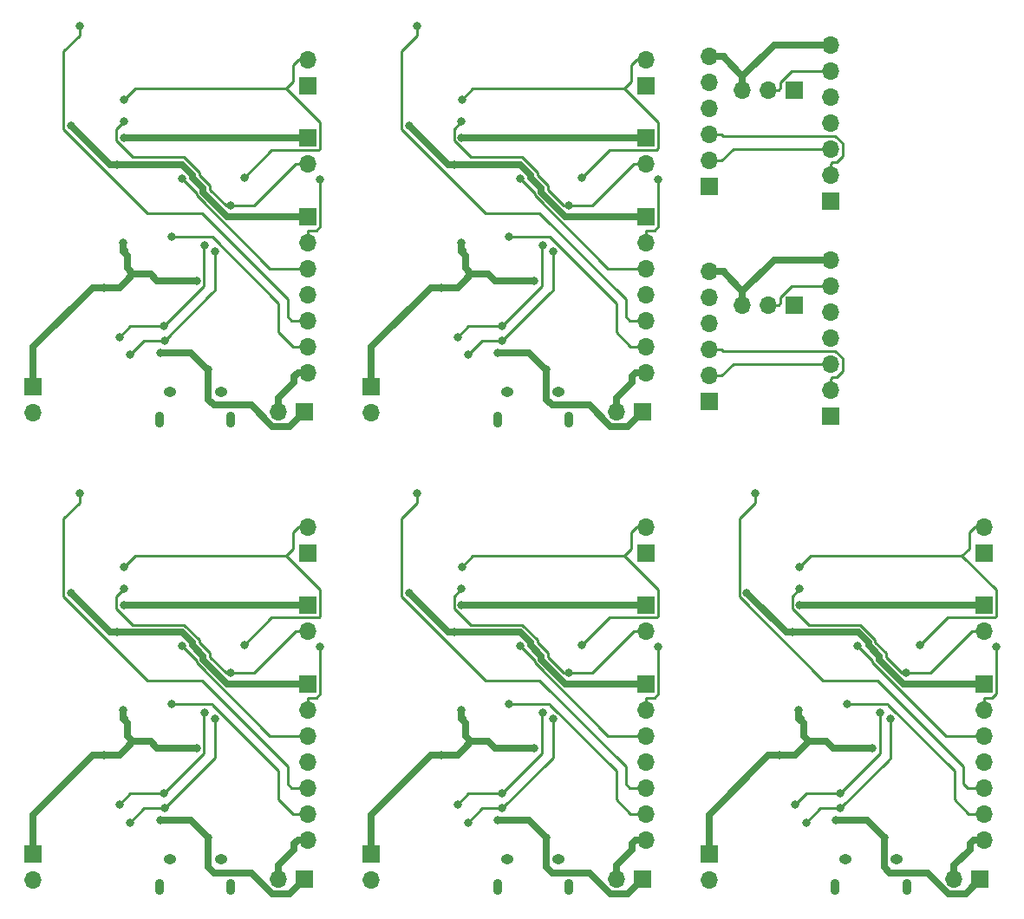
<source format=gbl>
%MOIN*%
%OFA0B0*%
%FSLAX46Y46*%
%IPPOS*%
%LPD*%
%ADD10O,0.066929133858267723X0.066929133858267723*%
%ADD11R,0.066929133858267723X0.066929133858267723*%
%ADD12O,0.049212598425196853X0.037401574803149609*%
%ADD13O,0.03503937007874016X0.0610236220472441*%
%ADD14C,0.031496062992125991*%
%ADD15C,0.00984251968503937*%
%ADD16C,0.025590551181102365*%
%ADD27O,0.066929133858267723X0.066929133858267723*%
%ADD28R,0.066929133858267723X0.066929133858267723*%
%ADD29C,0.025590551181102365*%
%ADD30C,0.00984251968503937*%
%ADD31O,0.066929133858267723X0.066929133858267723*%
%ADD32R,0.066929133858267723X0.066929133858267723*%
%ADD33O,0.049212598425196853X0.037401574803149609*%
%ADD34O,0.03503937007874016X0.0610236220472441*%
%ADD35C,0.031496062992125991*%
%ADD36C,0.00984251968503937*%
%ADD37C,0.025590551181102365*%
%ADD38O,0.066929133858267723X0.066929133858267723*%
%ADD39R,0.066929133858267723X0.066929133858267723*%
%ADD40O,0.049212598425196853X0.037401574803149609*%
%ADD41O,0.03503937007874016X0.0610236220472441*%
%ADD42C,0.031496062992125991*%
%ADD43C,0.00984251968503937*%
%ADD44C,0.025590551181102365*%
%ADD45O,0.066929133858267723X0.066929133858267723*%
%ADD46R,0.066929133858267723X0.066929133858267723*%
%ADD47O,0.049212598425196853X0.037401574803149609*%
%ADD48O,0.03503937007874016X0.0610236220472441*%
%ADD49C,0.031496062992125991*%
%ADD50C,0.00984251968503937*%
%ADD51C,0.025590551181102365*%
%ADD52O,0.066929133858267723X0.066929133858267723*%
%ADD53R,0.066929133858267723X0.066929133858267723*%
%ADD54C,0.025590551181102365*%
%ADD55C,0.00984251968503937*%
%ADD56O,0.066929133858267723X0.066929133858267723*%
%ADD57R,0.066929133858267723X0.066929133858267723*%
%ADD58O,0.049212598425196853X0.037401574803149609*%
%ADD59O,0.03503937007874016X0.0610236220472441*%
%ADD60C,0.031496062992125991*%
%ADD61C,0.00984251968503937*%
%ADD62C,0.025590551181102365*%
G01*
D10*
X-0003930500Y0006002500D02*
X0001149500Y0000238000D03*
X0001149500Y0000338000D03*
X0001149500Y0000438000D03*
X0001149500Y0000537999D03*
X0001149500Y0000638000D03*
X0001149500Y0000738000D03*
D11*
X0001149500Y0000838000D03*
X0000092334Y0000182814D03*
D10*
X0000092334Y0000082814D03*
D12*
X0000617137Y0000163129D03*
X0000813988Y0000163129D03*
D13*
X0000577767Y0000056830D03*
X0000853358Y0000056830D03*
D10*
X0001034854Y0000086751D03*
D11*
X0001134854Y0000086751D03*
D10*
X0001149421Y0001440295D03*
D11*
X0001149421Y0001340295D03*
D10*
X0001149421Y0001039507D03*
D11*
X0001149421Y0001139507D03*
D14*
X0000623500Y0000759500D03*
X0000441102Y0001287409D03*
X0000903551Y0000987535D03*
X0000440354Y0001202417D03*
X0000851535Y0000879614D03*
X0000270499Y0001570500D03*
X0001195692Y0000981551D03*
X0000664499Y0000983500D03*
X0000580500Y0000313500D03*
X0000237661Y0001187555D03*
X0000413661Y0001036594D03*
X0000765500Y0000248500D03*
X0000440185Y0001140433D03*
X0000720169Y0000591031D03*
X0000437499Y0000736499D03*
X0000363500Y0000564511D03*
X0000791500Y0000702500D03*
X0000596944Y0000359220D03*
X0000465500Y0000305500D03*
X0000596622Y0000415736D03*
X0000424500Y0000374500D03*
X0000751499Y0000726500D03*
D15*
X0000623500Y0000759500D02*
X0000780500Y0000759500D01*
X0000780500Y0000759500D02*
X0000780500Y0000758500D01*
X0000780500Y0000758500D02*
X0001035499Y0000503500D01*
X0001035499Y0000503500D02*
X0001035499Y0000393500D01*
X0001090673Y0000338326D02*
X0001149618Y0000338326D01*
X0001035499Y0000393500D02*
X0001090673Y0000338326D01*
X0001064602Y0001330074D02*
X0000483767Y0001330074D01*
X0000483767Y0001330074D02*
X0000441102Y0001287409D01*
X0001064602Y0001330074D02*
X0001195696Y0001198980D01*
X0001195696Y0001198980D02*
X0001195696Y0001098460D01*
X0001195696Y0001098460D02*
X0001190468Y0001093232D01*
X0001190468Y0001093232D02*
X0001009248Y0001093232D01*
X0001009248Y0001093232D02*
X0000903551Y0000987535D01*
X0001092763Y0001358236D02*
X0001092763Y0001420763D01*
X0001092763Y0001358236D02*
X0001064602Y0001330074D01*
X0001112295Y0001440295D02*
X0001149421Y0001440295D01*
X0001092763Y0001420763D02*
X0001112295Y0001440295D01*
X0001103149Y0001039507D02*
X0000943255Y0000879614D01*
X0000943255Y0000879614D02*
X0000851535Y0000879614D01*
X0001149421Y0001039507D02*
X0001103149Y0001039507D01*
X0000772051Y0000941390D02*
X0000833828Y0000879614D01*
X0000772051Y0000956139D02*
X0000772051Y0000941390D01*
X0000672935Y0001065153D02*
X0000731090Y0001006997D01*
X0000833828Y0000879614D02*
X0000851535Y0000879614D01*
X0000475078Y0001065153D02*
X0000672935Y0001065153D01*
X0000731090Y0000997100D02*
X0000772051Y0000956139D01*
X0000411625Y0001128606D02*
X0000475078Y0001065153D01*
X0000411625Y0001173688D02*
X0000411625Y0001128606D01*
X0000731090Y0001006997D02*
X0000731090Y0000997100D01*
X0000440354Y0001202417D02*
X0000411625Y0001173688D01*
X0000531220Y0000850826D02*
X0000208566Y0001173480D01*
X0000208566Y0001173480D02*
X0000208566Y0001472897D01*
X0000208566Y0001472897D02*
X0000270688Y0001535019D01*
X0001071499Y0000519499D02*
X0000740173Y0000850826D01*
X0001071499Y0000453500D02*
X0001071499Y0000519499D01*
X0001086673Y0000438326D02*
X0001071499Y0000453500D01*
X0000740173Y0000850826D02*
X0000682173Y0000850826D01*
X0001149618Y0000438326D02*
X0001086673Y0000438326D01*
X0000682173Y0000850826D02*
X0000531220Y0000850826D01*
X0000690846Y0000850826D02*
X0000682173Y0000850826D01*
X0000270688Y0001570311D02*
X0000270499Y0001570500D01*
X0000270688Y0001535019D02*
X0000270688Y0001570311D01*
X0001149618Y0000738326D02*
X0001149618Y0000784598D01*
X0001149618Y0000784598D02*
X0001181429Y0000784598D01*
X0001181429Y0000784598D02*
X0001195893Y0000799062D01*
X0001195893Y0000799062D02*
X0001195893Y0000981350D01*
X0001195893Y0000981350D02*
X0001195692Y0000981551D01*
X0001149618Y0000638326D02*
X0001002346Y0000638326D01*
X0001002346Y0000638326D02*
X0000720870Y0000919803D01*
X0000720870Y0000927129D02*
X0000664499Y0000983500D01*
X0000720870Y0000919803D02*
X0000720870Y0000927129D01*
D16*
X0001134854Y0000086751D02*
X0001079035Y0000030933D01*
X0001079035Y0000030933D02*
X0001013303Y0000030933D01*
X0001013303Y0000030933D02*
X0000932287Y0000111948D01*
X0000413661Y0001036594D02*
X0000388622Y0001036594D01*
X0000388622Y0001036594D02*
X0000237661Y0001187555D01*
X0000580500Y0000313500D02*
X0000699500Y0000313500D01*
X0000699500Y0000313500D02*
X0000766499Y0000246499D01*
X0000932287Y0000111948D02*
X0000788051Y0000111948D01*
X0000765500Y0000134500D02*
X0000788051Y0000111948D01*
X0000765500Y0000248500D02*
X0000765500Y0000134500D01*
X0000705500Y0000996397D02*
X0000665303Y0001036594D01*
X0000655598Y0001036594D02*
X0000413661Y0001036594D01*
X0000705500Y0000986500D02*
X0000705500Y0000996397D01*
X0000746461Y0000945538D02*
X0000705500Y0000986500D01*
X0000746461Y0000930790D02*
X0000746461Y0000945538D01*
X0000665303Y0001036594D02*
X0000655598Y0001036594D01*
X0000838925Y0000838326D02*
X0000746461Y0000930790D01*
X0001149618Y0000838326D02*
X0000838925Y0000838326D01*
X0001149421Y0001139507D02*
X0001095275Y0001139507D01*
X0000440185Y0001140433D02*
X0001094350Y0001140433D01*
X0001094350Y0001140433D02*
X0001095275Y0001139507D01*
X0001034854Y0000086751D02*
X0001034854Y0000140897D01*
X0001034854Y0000140897D02*
X0001095472Y0000201515D01*
X0001149618Y0000238326D02*
X0001110326Y0000238326D01*
X0001095472Y0000223472D02*
X0001095472Y0000201515D01*
X0001110326Y0000238326D02*
X0001095472Y0000223472D01*
X0000321468Y0000564511D02*
X0000424696Y0000564511D01*
X0000092334Y0000182814D02*
X0000092334Y0000335377D01*
X0000092334Y0000335377D02*
X0000321468Y0000564511D01*
X0000451216Y0000591031D02*
X0000424696Y0000564511D01*
X0000437499Y0000736499D02*
X0000437499Y0000714500D01*
X0000437499Y0000714500D02*
X0000446499Y0000705500D01*
X0000437499Y0000714500D02*
X0000437499Y0000704500D01*
X0000437499Y0000704500D02*
X0000455499Y0000686500D01*
X0000455499Y0000686500D02*
X0000455499Y0000638500D01*
X0000455499Y0000638500D02*
X0000476499Y0000617500D01*
X0000476499Y0000616314D02*
X0000451216Y0000591031D01*
X0000476499Y0000617500D02*
X0000476499Y0000616314D01*
X0000543500Y0000617500D02*
X0000569968Y0000591031D01*
X0000476499Y0000617500D02*
X0000543500Y0000617500D01*
X0000569968Y0000591031D02*
X0000720169Y0000591031D01*
D15*
X0000596944Y0000359220D02*
X0000779673Y0000541948D01*
X0000519220Y0000359220D02*
X0000465500Y0000305500D01*
X0000596944Y0000359220D02*
X0000519220Y0000359220D01*
X0000791500Y0000553775D02*
X0000779673Y0000541948D01*
X0000791500Y0000702500D02*
X0000791500Y0000553775D01*
X0000749984Y0000569098D02*
X0000596622Y0000415736D01*
X0000465736Y0000415736D02*
X0000424500Y0000374500D01*
X0000596622Y0000415736D02*
X0000465736Y0000415736D01*
X0000749984Y0000724984D02*
X0000751499Y0000726500D01*
X0000749984Y0000569098D02*
X0000749984Y0000724984D01*
G04 next file*
G04 #@! TF.GenerationSoftware,KiCad,Pcbnew,(5.1.9)-1*
G04 #@! TF.CreationDate,2021-07-08T10:46:36+02:00*
G04 #@! TF.ProjectId,ttl_to_usb_adapter,74746c5f-746f-45f7-9573-625f61646170,v0.0*
G04 #@! TF.SameCoordinates,Original*
G04 #@! TF.FileFunction,Copper,L2,Bot*
G04 #@! TF.FilePolarity,Positive*
G04 Gerber Fmt 4.6, Leading zero omitted, Abs format (unit mm)*
G04 Created by KiCad (PCBNEW (5.1.9)-1) date 2021-07-08 10:46:36*
G01*
G04 APERTURE LIST*
G04 #@! TA.AperFunction,ComponentPad*
G04 #@! TD*
G04 #@! TA.AperFunction,ComponentPad*
G04 #@! TD*
G04 #@! TA.AperFunction,Conductor*
G04 #@! TD*
G04 #@! TA.AperFunction,Conductor*
G04 #@! TD*
G04 APERTURE END LIST*
D27*
X-0003464511Y0005931098D02*
X0003157535Y0002468106D03*
X0003157535Y0002368106D03*
X0003157535Y0002268106D03*
X0003157535Y0002168106D03*
X0003157535Y0002068106D03*
X0003157535Y0001968106D03*
D28*
X0003157535Y0001868106D03*
X0003019740Y0002293303D03*
D27*
X0002919740Y0002293303D03*
X0002819740Y0002293303D03*
X0002692968Y0002423224D03*
X0002692968Y0002323224D03*
X0002692968Y0002223224D03*
X0002692968Y0002123224D03*
X0002692968Y0002023224D03*
D28*
X0002692968Y0001923224D03*
D29*
X0003157535Y0002468106D02*
X0002940397Y0002468106D01*
X0002940397Y0002468106D02*
X0002819740Y0002347448D01*
X0002747114Y0002423224D02*
X0002747114Y0002420074D01*
X0002747114Y0002420074D02*
X0002819740Y0002347448D01*
X0002692968Y0002423224D02*
X0002747114Y0002423224D01*
X0002819740Y0002293303D02*
X0002819740Y0002347448D01*
D30*
X0003157535Y0001968106D02*
X0003157535Y0002009838D01*
X0003157535Y0002009838D02*
X0003165409Y0002017712D01*
X0003203807Y0002040362D02*
X0003181157Y0002017712D01*
X0003203807Y0002089838D02*
X0003203807Y0002040362D01*
X0003175539Y0002118106D02*
X0003203807Y0002089838D01*
X0002744358Y0002118106D02*
X0003175539Y0002118106D01*
X0002739240Y0002123224D02*
X0002744358Y0002118106D01*
X0002692968Y0002123224D02*
X0002739240Y0002123224D01*
X0003165409Y0002017712D02*
X0003181157Y0002017712D01*
X0002692968Y0002023224D02*
X0002739240Y0002023224D01*
X0002739240Y0002023224D02*
X0002784122Y0002068106D01*
X0002784122Y0002068106D02*
X0003157535Y0002068106D01*
X0002966011Y0002325114D02*
X0003009003Y0002368106D01*
X0003009003Y0002368106D02*
X0003157535Y0002368106D01*
X0002919740Y0002293303D02*
X0002956747Y0002293303D01*
X0002966011Y0002302566D02*
X0002966011Y0002325114D01*
X0002956747Y0002293303D02*
X0002966011Y0002302566D01*
G04 next file*
G04 #@! TF.GenerationSoftware,KiCad,Pcbnew,(5.1.9)-1*
G04 #@! TF.CreationDate,2021-07-08T10:50:12+02:00*
G04 #@! TF.ProjectId,iot-postbox,696f742d-706f-4737-9462-6f782e6b6963,v0.0*
G04 #@! TF.SameCoordinates,Original*
G04 #@! TF.FileFunction,Copper,L2,Bot*
G04 #@! TF.FilePolarity,Positive*
G04 Gerber Fmt 4.6, Leading zero omitted, Abs format (unit mm)*
G04 Created by KiCad (PCBNEW (5.1.9)-1) date 2021-07-08 10:50:12*
G01*
G04 APERTURE LIST*
G04 #@! TA.AperFunction,ComponentPad*
G04 #@! TD*
G04 #@! TA.AperFunction,ComponentPad*
G04 #@! TD*
G04 #@! TA.AperFunction,ComponentPad*
G04 #@! TD*
G04 #@! TA.AperFunction,ComponentPad*
G04 #@! TD*
G04 #@! TA.AperFunction,ViaPad*
G04 #@! TD*
G04 #@! TA.AperFunction,Conductor*
G04 #@! TD*
G04 #@! TA.AperFunction,Conductor*
G04 #@! TD*
G04 APERTURE END LIST*
D31*
X-0003930500Y0007799740D02*
X0001149500Y0002035240D03*
X0001149500Y0002135240D03*
X0001149500Y0002235240D03*
X0001149500Y0002335240D03*
X0001149500Y0002435240D03*
X0001149500Y0002535240D03*
D32*
X0001149500Y0002635240D03*
X0000092334Y0001980055D03*
D31*
X0000092334Y0001880055D03*
D33*
X0000617137Y0001960370D03*
X0000813988Y0001960370D03*
D34*
X0000577767Y0001854070D03*
X0000853358Y0001854070D03*
D31*
X0001034854Y0001883992D03*
D32*
X0001134854Y0001883992D03*
D31*
X0001149421Y0003237535D03*
D32*
X0001149421Y0003137535D03*
D31*
X0001149421Y0002836748D03*
D32*
X0001149421Y0002936748D03*
D35*
X0000623500Y0002556740D03*
X0000441102Y0003084649D03*
X0000903551Y0002784775D03*
X0000440354Y0002999657D03*
X0000851535Y0002676854D03*
X0000270499Y0003367740D03*
X0001195692Y0002778791D03*
X0000664499Y0002780740D03*
X0000580500Y0002110740D03*
X0000237661Y0002984795D03*
X0000413661Y0002833834D03*
X0000765500Y0002045740D03*
X0000440185Y0002937673D03*
X0000720169Y0002388271D03*
X0000437499Y0002533740D03*
X0000363500Y0002361751D03*
X0000791500Y0002499740D03*
X0000596944Y0002156460D03*
X0000465500Y0002102740D03*
X0000596622Y0002212976D03*
X0000424500Y0002171740D03*
X0000751499Y0002523740D03*
D36*
X0000623500Y0002556740D02*
X0000780500Y0002556740D01*
X0000780500Y0002556740D02*
X0000780500Y0002555740D01*
X0000780500Y0002555740D02*
X0001035499Y0002300740D01*
X0001035499Y0002300740D02*
X0001035499Y0002190740D01*
X0001090673Y0002135566D02*
X0001149618Y0002135566D01*
X0001035499Y0002190740D02*
X0001090673Y0002135566D01*
X0001064602Y0003127314D02*
X0000483767Y0003127314D01*
X0000483767Y0003127314D02*
X0000441102Y0003084649D01*
X0001064602Y0003127314D02*
X0001195696Y0002996220D01*
X0001195696Y0002996220D02*
X0001195696Y0002895700D01*
X0001195696Y0002895700D02*
X0001190468Y0002890472D01*
X0001190468Y0002890472D02*
X0001009248Y0002890472D01*
X0001009248Y0002890472D02*
X0000903551Y0002784775D01*
X0001092763Y0003155476D02*
X0001092763Y0003218003D01*
X0001092763Y0003155476D02*
X0001064602Y0003127314D01*
X0001112295Y0003237535D02*
X0001149421Y0003237535D01*
X0001092763Y0003218003D02*
X0001112295Y0003237535D01*
X0001103149Y0002836748D02*
X0000943255Y0002676854D01*
X0000943255Y0002676854D02*
X0000851535Y0002676854D01*
X0001149421Y0002836748D02*
X0001103149Y0002836748D01*
X0000772051Y0002738631D02*
X0000833828Y0002676854D01*
X0000772051Y0002753379D02*
X0000772051Y0002738631D01*
X0000672935Y0002862393D02*
X0000731090Y0002804237D01*
X0000833828Y0002676854D02*
X0000851535Y0002676854D01*
X0000475078Y0002862393D02*
X0000672935Y0002862393D01*
X0000731090Y0002794340D02*
X0000772051Y0002753379D01*
X0000411625Y0002925846D02*
X0000475078Y0002862393D01*
X0000411625Y0002970929D02*
X0000411625Y0002925846D01*
X0000731090Y0002804237D02*
X0000731090Y0002794340D01*
X0000440354Y0002999657D02*
X0000411625Y0002970929D01*
X0000531220Y0002648066D02*
X0000208566Y0002970720D01*
X0000208566Y0002970720D02*
X0000208566Y0003270137D01*
X0000208566Y0003270137D02*
X0000270688Y0003332259D01*
X0001071499Y0002316740D02*
X0000740173Y0002648066D01*
X0001071499Y0002250740D02*
X0001071499Y0002316740D01*
X0001086673Y0002235566D02*
X0001071499Y0002250740D01*
X0000740173Y0002648066D02*
X0000682173Y0002648066D01*
X0001149618Y0002235566D02*
X0001086673Y0002235566D01*
X0000682173Y0002648066D02*
X0000531220Y0002648066D01*
X0000690846Y0002648066D02*
X0000682173Y0002648066D01*
X0000270688Y0003367551D02*
X0000270499Y0003367740D01*
X0000270688Y0003332259D02*
X0000270688Y0003367551D01*
X0001149618Y0002535566D02*
X0001149618Y0002581838D01*
X0001149618Y0002581838D02*
X0001181429Y0002581838D01*
X0001181429Y0002581838D02*
X0001195893Y0002596303D01*
X0001195893Y0002596303D02*
X0001195893Y0002778590D01*
X0001195893Y0002778590D02*
X0001195692Y0002778791D01*
X0001149618Y0002435566D02*
X0001002346Y0002435566D01*
X0001002346Y0002435566D02*
X0000720870Y0002717043D01*
X0000720870Y0002724370D02*
X0000664499Y0002780740D01*
X0000720870Y0002717043D02*
X0000720870Y0002724370D01*
D37*
X0001134854Y0001883992D02*
X0001079035Y0001828173D01*
X0001079035Y0001828173D02*
X0001013303Y0001828173D01*
X0001013303Y0001828173D02*
X0000932287Y0001909188D01*
X0000413661Y0002833834D02*
X0000388622Y0002833834D01*
X0000388622Y0002833834D02*
X0000237661Y0002984795D01*
X0000580500Y0002110740D02*
X0000699500Y0002110740D01*
X0000699500Y0002110740D02*
X0000766499Y0002043740D01*
X0000932287Y0001909188D02*
X0000788051Y0001909188D01*
X0000765500Y0001931740D02*
X0000788051Y0001909188D01*
X0000765500Y0002045740D02*
X0000765500Y0001931740D01*
X0000705500Y0002793637D02*
X0000665303Y0002833834D01*
X0000655598Y0002833834D02*
X0000413661Y0002833834D01*
X0000705500Y0002783740D02*
X0000705500Y0002793637D01*
X0000746461Y0002742779D02*
X0000705500Y0002783740D01*
X0000746461Y0002728031D02*
X0000746461Y0002742779D01*
X0000665303Y0002833834D02*
X0000655598Y0002833834D01*
X0000838925Y0002635566D02*
X0000746461Y0002728031D01*
X0001149618Y0002635566D02*
X0000838925Y0002635566D01*
X0001149421Y0002936748D02*
X0001095275Y0002936748D01*
X0000440185Y0002937673D02*
X0001094350Y0002937673D01*
X0001094350Y0002937673D02*
X0001095275Y0002936748D01*
X0001034854Y0001883992D02*
X0001034854Y0001938137D01*
X0001034854Y0001938137D02*
X0001095472Y0001998755D01*
X0001149618Y0002035566D02*
X0001110326Y0002035566D01*
X0001095472Y0002020712D02*
X0001095472Y0001998755D01*
X0001110326Y0002035566D02*
X0001095472Y0002020712D01*
X0000321468Y0002361751D02*
X0000424696Y0002361751D01*
X0000092334Y0001980055D02*
X0000092334Y0002132618D01*
X0000092334Y0002132618D02*
X0000321468Y0002361751D01*
X0000451216Y0002388271D02*
X0000424696Y0002361751D01*
X0000437499Y0002533740D02*
X0000437499Y0002511740D01*
X0000437499Y0002511740D02*
X0000446499Y0002502740D01*
X0000437499Y0002511740D02*
X0000437499Y0002501740D01*
X0000437499Y0002501740D02*
X0000455499Y0002483740D01*
X0000455499Y0002483740D02*
X0000455499Y0002435740D01*
X0000455499Y0002435740D02*
X0000476499Y0002414740D01*
X0000476499Y0002413555D02*
X0000451216Y0002388271D01*
X0000476499Y0002414740D02*
X0000476499Y0002413555D01*
X0000543500Y0002414740D02*
X0000569968Y0002388271D01*
X0000476499Y0002414740D02*
X0000543500Y0002414740D01*
X0000569968Y0002388271D02*
X0000720169Y0002388271D01*
D36*
X0000596944Y0002156460D02*
X0000779673Y0002339188D01*
X0000519220Y0002156460D02*
X0000465500Y0002102740D01*
X0000596944Y0002156460D02*
X0000519220Y0002156460D01*
X0000791500Y0002351015D02*
X0000779673Y0002339188D01*
X0000791500Y0002499740D02*
X0000791500Y0002351015D01*
X0000749984Y0002366338D02*
X0000596622Y0002212976D01*
X0000465736Y0002212976D02*
X0000424500Y0002171740D01*
X0000596622Y0002212976D02*
X0000465736Y0002212976D01*
X0000749984Y0002522224D02*
X0000751499Y0002523740D01*
X0000749984Y0002366338D02*
X0000749984Y0002522224D01*
G04 next file*
G04 #@! TF.GenerationSoftware,KiCad,Pcbnew,(5.1.9)-1*
G04 #@! TF.CreationDate,2021-07-08T10:50:12+02:00*
G04 #@! TF.ProjectId,iot-postbox,696f742d-706f-4737-9462-6f782e6b6963,v0.0*
G04 #@! TF.SameCoordinates,Original*
G04 #@! TF.FileFunction,Copper,L2,Bot*
G04 #@! TF.FilePolarity,Positive*
G04 Gerber Fmt 4.6, Leading zero omitted, Abs format (unit mm)*
G04 Created by KiCad (PCBNEW (5.1.9)-1) date 2021-07-08 10:50:12*
G01*
G04 APERTURE LIST*
G04 #@! TA.AperFunction,ComponentPad*
G04 #@! TD*
G04 #@! TA.AperFunction,ComponentPad*
G04 #@! TD*
G04 #@! TA.AperFunction,ComponentPad*
G04 #@! TD*
G04 #@! TA.AperFunction,ComponentPad*
G04 #@! TD*
G04 #@! TA.AperFunction,ViaPad*
G04 #@! TD*
G04 #@! TA.AperFunction,Conductor*
G04 #@! TD*
G04 #@! TA.AperFunction,Conductor*
G04 #@! TD*
G04 APERTURE END LIST*
D38*
X-0002631259Y0006002500D02*
X0002448740Y0000238000D03*
X0002448740Y0000338000D03*
X0002448740Y0000438000D03*
X0002448740Y0000537999D03*
X0002448740Y0000638000D03*
X0002448740Y0000738000D03*
D39*
X0002448740Y0000838000D03*
X0001391574Y0000182814D03*
D38*
X0001391574Y0000082814D03*
D40*
X0001916377Y0000163129D03*
X0002113228Y0000163129D03*
D41*
X0001877007Y0000056830D03*
X0002152598Y0000056830D03*
D38*
X0002334094Y0000086751D03*
D39*
X0002434094Y0000086751D03*
D38*
X0002448661Y0001440295D03*
D39*
X0002448661Y0001340295D03*
D38*
X0002448661Y0001039507D03*
D39*
X0002448661Y0001139507D03*
D42*
X0001922740Y0000759500D03*
X0001740342Y0001287409D03*
X0002202791Y0000987535D03*
X0001739594Y0001202417D03*
X0002150775Y0000879614D03*
X0001569740Y0001570500D03*
X0002494933Y0000981551D03*
X0001963740Y0000983500D03*
X0001879740Y0000313500D03*
X0001536901Y0001187555D03*
X0001712901Y0001036594D03*
X0002064740Y0000248500D03*
X0001739425Y0001140433D03*
X0002019409Y0000591031D03*
X0001736740Y0000736499D03*
X0001662740Y0000564511D03*
X0002090740Y0000702500D03*
X0001896185Y0000359220D03*
X0001764740Y0000305500D03*
X0001895862Y0000415736D03*
X0001723740Y0000374500D03*
X0002050740Y0000726500D03*
D43*
X0001922740Y0000759500D02*
X0002079740Y0000759500D01*
X0002079740Y0000759500D02*
X0002079740Y0000758500D01*
X0002079740Y0000758500D02*
X0002334740Y0000503500D01*
X0002334740Y0000503500D02*
X0002334740Y0000393500D01*
X0002389913Y0000338326D02*
X0002448858Y0000338326D01*
X0002334740Y0000393500D02*
X0002389913Y0000338326D01*
X0002363842Y0001330074D02*
X0001783007Y0001330074D01*
X0001783007Y0001330074D02*
X0001740342Y0001287409D01*
X0002363842Y0001330074D02*
X0002494936Y0001198980D01*
X0002494936Y0001198980D02*
X0002494936Y0001098460D01*
X0002494936Y0001098460D02*
X0002489708Y0001093232D01*
X0002489708Y0001093232D02*
X0002308488Y0001093232D01*
X0002308488Y0001093232D02*
X0002202791Y0000987535D01*
X0002392003Y0001358236D02*
X0002392003Y0001420763D01*
X0002392003Y0001358236D02*
X0002363842Y0001330074D01*
X0002411535Y0001440295D02*
X0002448661Y0001440295D01*
X0002392003Y0001420763D02*
X0002411535Y0001440295D01*
X0002402389Y0001039507D02*
X0002242496Y0000879614D01*
X0002242496Y0000879614D02*
X0002150775Y0000879614D01*
X0002448661Y0001039507D02*
X0002402389Y0001039507D01*
X0002071292Y0000941390D02*
X0002133068Y0000879614D01*
X0002071292Y0000956139D02*
X0002071292Y0000941390D01*
X0001972175Y0001065153D02*
X0002030331Y0001006997D01*
X0002133068Y0000879614D02*
X0002150775Y0000879614D01*
X0001774318Y0001065153D02*
X0001972175Y0001065153D01*
X0002030331Y0000997100D02*
X0002071292Y0000956139D01*
X0001710866Y0001128606D02*
X0001774318Y0001065153D01*
X0001710866Y0001173688D02*
X0001710866Y0001128606D01*
X0002030331Y0001006997D02*
X0002030331Y0000997100D01*
X0001739594Y0001202417D02*
X0001710866Y0001173688D01*
X0001830460Y0000850826D02*
X0001507807Y0001173480D01*
X0001507807Y0001173480D02*
X0001507807Y0001472897D01*
X0001507807Y0001472897D02*
X0001569929Y0001535019D01*
X0002370740Y0000519499D02*
X0002039413Y0000850826D01*
X0002370740Y0000453500D02*
X0002370740Y0000519499D01*
X0002385913Y0000438326D02*
X0002370740Y0000453500D01*
X0002039413Y0000850826D02*
X0001981413Y0000850826D01*
X0002448858Y0000438326D02*
X0002385913Y0000438326D01*
X0001981413Y0000850826D02*
X0001830460Y0000850826D01*
X0001990086Y0000850826D02*
X0001981413Y0000850826D01*
X0001569929Y0001570311D02*
X0001569740Y0001570500D01*
X0001569929Y0001535019D02*
X0001569929Y0001570311D01*
X0002448858Y0000738326D02*
X0002448858Y0000784598D01*
X0002448858Y0000784598D02*
X0002480669Y0000784598D01*
X0002480669Y0000784598D02*
X0002495133Y0000799062D01*
X0002495133Y0000799062D02*
X0002495133Y0000981350D01*
X0002495133Y0000981350D02*
X0002494933Y0000981551D01*
X0002448858Y0000638326D02*
X0002301586Y0000638326D01*
X0002301586Y0000638326D02*
X0002020110Y0000919803D01*
X0002020110Y0000927129D02*
X0001963740Y0000983500D01*
X0002020110Y0000919803D02*
X0002020110Y0000927129D01*
D44*
X0002434094Y0000086751D02*
X0002378275Y0000030933D01*
X0002378275Y0000030933D02*
X0002312543Y0000030933D01*
X0002312543Y0000030933D02*
X0002231527Y0000111948D01*
X0001712901Y0001036594D02*
X0001687862Y0001036594D01*
X0001687862Y0001036594D02*
X0001536901Y0001187555D01*
X0001879740Y0000313500D02*
X0001998740Y0000313500D01*
X0001998740Y0000313500D02*
X0002065740Y0000246499D01*
X0002231527Y0000111948D02*
X0002087291Y0000111948D01*
X0002064740Y0000134500D02*
X0002087291Y0000111948D01*
X0002064740Y0000248500D02*
X0002064740Y0000134500D01*
X0002004740Y0000996397D02*
X0001964543Y0001036594D01*
X0001954838Y0001036594D02*
X0001712901Y0001036594D01*
X0002004740Y0000986500D02*
X0002004740Y0000996397D01*
X0002045701Y0000945538D02*
X0002004740Y0000986500D01*
X0002045701Y0000930790D02*
X0002045701Y0000945538D01*
X0001964543Y0001036594D02*
X0001954838Y0001036594D01*
X0002138165Y0000838326D02*
X0002045701Y0000930790D01*
X0002448858Y0000838326D02*
X0002138165Y0000838326D01*
X0002448661Y0001139507D02*
X0002394515Y0001139507D01*
X0001739425Y0001140433D02*
X0002393590Y0001140433D01*
X0002393590Y0001140433D02*
X0002394515Y0001139507D01*
X0002334094Y0000086751D02*
X0002334094Y0000140897D01*
X0002334094Y0000140897D02*
X0002394712Y0000201515D01*
X0002448858Y0000238326D02*
X0002409566Y0000238326D01*
X0002394712Y0000223472D02*
X0002394712Y0000201515D01*
X0002409566Y0000238326D02*
X0002394712Y0000223472D01*
X0001620708Y0000564511D02*
X0001723937Y0000564511D01*
X0001391574Y0000182814D02*
X0001391574Y0000335377D01*
X0001391574Y0000335377D02*
X0001620708Y0000564511D01*
X0001750456Y0000591031D02*
X0001723937Y0000564511D01*
X0001736740Y0000736499D02*
X0001736740Y0000714500D01*
X0001736740Y0000714500D02*
X0001745740Y0000705500D01*
X0001736740Y0000714500D02*
X0001736740Y0000704500D01*
X0001736740Y0000704500D02*
X0001754740Y0000686500D01*
X0001754740Y0000686500D02*
X0001754740Y0000638500D01*
X0001754740Y0000638500D02*
X0001775740Y0000617500D01*
X0001775740Y0000616314D02*
X0001750456Y0000591031D01*
X0001775740Y0000617500D02*
X0001775740Y0000616314D01*
X0001842740Y0000617500D02*
X0001869208Y0000591031D01*
X0001775740Y0000617500D02*
X0001842740Y0000617500D01*
X0001869208Y0000591031D02*
X0002019409Y0000591031D01*
D43*
X0001896185Y0000359220D02*
X0002078913Y0000541948D01*
X0001818460Y0000359220D02*
X0001764740Y0000305500D01*
X0001896185Y0000359220D02*
X0001818460Y0000359220D01*
X0002090740Y0000553775D02*
X0002078913Y0000541948D01*
X0002090740Y0000702500D02*
X0002090740Y0000553775D01*
X0002049224Y0000569098D02*
X0001895862Y0000415736D01*
X0001764976Y0000415736D02*
X0001723740Y0000374500D01*
X0001895862Y0000415736D02*
X0001764976Y0000415736D01*
X0002049224Y0000724984D02*
X0002050740Y0000726500D01*
X0002049224Y0000569098D02*
X0002049224Y0000724984D01*
G04 next file*
G04 #@! TF.GenerationSoftware,KiCad,Pcbnew,(5.1.9)-1*
G04 #@! TF.CreationDate,2021-07-08T10:50:12+02:00*
G04 #@! TF.ProjectId,iot-postbox,696f742d-706f-4737-9462-6f782e6b6963,v0.0*
G04 #@! TF.SameCoordinates,Original*
G04 #@! TF.FileFunction,Copper,L2,Bot*
G04 #@! TF.FilePolarity,Positive*
G04 Gerber Fmt 4.6, Leading zero omitted, Abs format (unit mm)*
G04 Created by KiCad (PCBNEW (5.1.9)-1) date 2021-07-08 10:50:12*
G01*
G04 APERTURE LIST*
G04 #@! TA.AperFunction,ComponentPad*
G04 #@! TD*
G04 #@! TA.AperFunction,ComponentPad*
G04 #@! TD*
G04 #@! TA.AperFunction,ComponentPad*
G04 #@! TD*
G04 #@! TA.AperFunction,ComponentPad*
G04 #@! TD*
G04 #@! TA.AperFunction,ViaPad*
G04 #@! TD*
G04 #@! TA.AperFunction,Conductor*
G04 #@! TD*
G04 #@! TA.AperFunction,Conductor*
G04 #@! TD*
G04 APERTURE END LIST*
D45*
X-0001332019Y0006002500D02*
X0003747980Y0000238000D03*
X0003747980Y0000338000D03*
X0003747980Y0000438000D03*
X0003747980Y0000537999D03*
X0003747980Y0000638000D03*
X0003747980Y0000738000D03*
D46*
X0003747980Y0000838000D03*
X0002690814Y0000182814D03*
D45*
X0002690814Y0000082814D03*
D47*
X0003215618Y0000163129D03*
X0003412468Y0000163129D03*
D48*
X0003176248Y0000056830D03*
X0003451838Y0000056830D03*
D45*
X0003633334Y0000086751D03*
D46*
X0003733334Y0000086751D03*
D45*
X0003747901Y0001440295D03*
D46*
X0003747901Y0001340295D03*
D45*
X0003747901Y0001039507D03*
D46*
X0003747901Y0001139507D03*
D49*
X0003221980Y0000759500D03*
X0003039582Y0001287409D03*
X0003502031Y0000987535D03*
X0003038834Y0001202417D03*
X0003450015Y0000879614D03*
X0002868980Y0001570500D03*
X0003794173Y0000981551D03*
X0003262980Y0000983500D03*
X0003178980Y0000313500D03*
X0002836141Y0001187555D03*
X0003012141Y0001036594D03*
X0003363980Y0000248500D03*
X0003038665Y0001140433D03*
X0003318649Y0000591031D03*
X0003035980Y0000736499D03*
X0002961980Y0000564511D03*
X0003389980Y0000702500D03*
X0003195425Y0000359220D03*
X0003063980Y0000305500D03*
X0003195102Y0000415736D03*
X0003022980Y0000374500D03*
X0003349980Y0000726500D03*
D50*
X0003221980Y0000759500D02*
X0003378980Y0000759500D01*
X0003378980Y0000759500D02*
X0003378980Y0000758500D01*
X0003378980Y0000758500D02*
X0003633980Y0000503500D01*
X0003633980Y0000503500D02*
X0003633980Y0000393500D01*
X0003689153Y0000338326D02*
X0003748098Y0000338326D01*
X0003633980Y0000393500D02*
X0003689153Y0000338326D01*
X0003663082Y0001330074D02*
X0003082247Y0001330074D01*
X0003082247Y0001330074D02*
X0003039582Y0001287409D01*
X0003663082Y0001330074D02*
X0003794177Y0001198980D01*
X0003794177Y0001198980D02*
X0003794177Y0001098460D01*
X0003794177Y0001098460D02*
X0003788948Y0001093232D01*
X0003788948Y0001093232D02*
X0003607728Y0001093232D01*
X0003607728Y0001093232D02*
X0003502031Y0000987535D01*
X0003691244Y0001358236D02*
X0003691244Y0001420763D01*
X0003691244Y0001358236D02*
X0003663082Y0001330074D01*
X0003710775Y0001440295D02*
X0003747901Y0001440295D01*
X0003691244Y0001420763D02*
X0003710775Y0001440295D01*
X0003701629Y0001039507D02*
X0003541736Y0000879614D01*
X0003541736Y0000879614D02*
X0003450015Y0000879614D01*
X0003747901Y0001039507D02*
X0003701629Y0001039507D01*
X0003370532Y0000941390D02*
X0003432309Y0000879614D01*
X0003370532Y0000956139D02*
X0003370532Y0000941390D01*
X0003271415Y0001065153D02*
X0003329571Y0001006997D01*
X0003432309Y0000879614D02*
X0003450015Y0000879614D01*
X0003073559Y0001065153D02*
X0003271415Y0001065153D01*
X0003329571Y0000997100D02*
X0003370532Y0000956139D01*
X0003010106Y0001128606D02*
X0003073559Y0001065153D01*
X0003010106Y0001173688D02*
X0003010106Y0001128606D01*
X0003329571Y0001006997D02*
X0003329571Y0000997100D01*
X0003038834Y0001202417D02*
X0003010106Y0001173688D01*
X0003129700Y0000850826D02*
X0002807047Y0001173480D01*
X0002807047Y0001173480D02*
X0002807047Y0001472897D01*
X0002807047Y0001472897D02*
X0002869169Y0001535019D01*
X0003669980Y0000519499D02*
X0003338653Y0000850826D01*
X0003669980Y0000453500D02*
X0003669980Y0000519499D01*
X0003685153Y0000438326D02*
X0003669980Y0000453500D01*
X0003338653Y0000850826D02*
X0003280653Y0000850826D01*
X0003748098Y0000438326D02*
X0003685153Y0000438326D01*
X0003280653Y0000850826D02*
X0003129700Y0000850826D01*
X0003289326Y0000850826D02*
X0003280653Y0000850826D01*
X0002869169Y0001570311D02*
X0002868980Y0001570500D01*
X0002869169Y0001535019D02*
X0002869169Y0001570311D01*
X0003748098Y0000738326D02*
X0003748098Y0000784598D01*
X0003748098Y0000784598D02*
X0003779909Y0000784598D01*
X0003779909Y0000784598D02*
X0003794373Y0000799062D01*
X0003794373Y0000799062D02*
X0003794373Y0000981350D01*
X0003794373Y0000981350D02*
X0003794173Y0000981551D01*
X0003748098Y0000638326D02*
X0003600826Y0000638326D01*
X0003600826Y0000638326D02*
X0003319350Y0000919803D01*
X0003319350Y0000927129D02*
X0003262980Y0000983500D01*
X0003319350Y0000919803D02*
X0003319350Y0000927129D01*
D51*
X0003733334Y0000086751D02*
X0003677515Y0000030933D01*
X0003677515Y0000030933D02*
X0003611783Y0000030933D01*
X0003611783Y0000030933D02*
X0003530767Y0000111948D01*
X0003012141Y0001036594D02*
X0002987102Y0001036594D01*
X0002987102Y0001036594D02*
X0002836141Y0001187555D01*
X0003178980Y0000313500D02*
X0003297980Y0000313500D01*
X0003297980Y0000313500D02*
X0003364980Y0000246499D01*
X0003530767Y0000111948D02*
X0003386531Y0000111948D01*
X0003363980Y0000134500D02*
X0003386531Y0000111948D01*
X0003363980Y0000248500D02*
X0003363980Y0000134500D01*
X0003303980Y0000996397D02*
X0003263783Y0001036594D01*
X0003254078Y0001036594D02*
X0003012141Y0001036594D01*
X0003303980Y0000986500D02*
X0003303980Y0000996397D01*
X0003344941Y0000945538D02*
X0003303980Y0000986500D01*
X0003344941Y0000930790D02*
X0003344941Y0000945538D01*
X0003263783Y0001036594D02*
X0003254078Y0001036594D01*
X0003437405Y0000838326D02*
X0003344941Y0000930790D01*
X0003748098Y0000838326D02*
X0003437405Y0000838326D01*
X0003747901Y0001139507D02*
X0003693755Y0001139507D01*
X0003038665Y0001140433D02*
X0003692830Y0001140433D01*
X0003692830Y0001140433D02*
X0003693755Y0001139507D01*
X0003633334Y0000086751D02*
X0003633334Y0000140897D01*
X0003633334Y0000140897D02*
X0003693952Y0000201515D01*
X0003748098Y0000238326D02*
X0003708807Y0000238326D01*
X0003693952Y0000223472D02*
X0003693952Y0000201515D01*
X0003708807Y0000238326D02*
X0003693952Y0000223472D01*
X0002919948Y0000564511D02*
X0003023177Y0000564511D01*
X0002690814Y0000182814D02*
X0002690814Y0000335377D01*
X0002690814Y0000335377D02*
X0002919948Y0000564511D01*
X0003049696Y0000591031D02*
X0003023177Y0000564511D01*
X0003035980Y0000736499D02*
X0003035980Y0000714500D01*
X0003035980Y0000714500D02*
X0003044980Y0000705500D01*
X0003035980Y0000714500D02*
X0003035980Y0000704500D01*
X0003035980Y0000704500D02*
X0003053980Y0000686500D01*
X0003053980Y0000686500D02*
X0003053980Y0000638500D01*
X0003053980Y0000638500D02*
X0003074980Y0000617500D01*
X0003074980Y0000616314D02*
X0003049696Y0000591031D01*
X0003074980Y0000617500D02*
X0003074980Y0000616314D01*
X0003141980Y0000617500D02*
X0003168448Y0000591031D01*
X0003074980Y0000617500D02*
X0003141980Y0000617500D01*
X0003168448Y0000591031D02*
X0003318649Y0000591031D01*
D50*
X0003195425Y0000359220D02*
X0003378153Y0000541948D01*
X0003117700Y0000359220D02*
X0003063980Y0000305500D01*
X0003195425Y0000359220D02*
X0003117700Y0000359220D01*
X0003389980Y0000553775D02*
X0003378153Y0000541948D01*
X0003389980Y0000702500D02*
X0003389980Y0000553775D01*
X0003348464Y0000569098D02*
X0003195102Y0000415736D01*
X0003064216Y0000415736D02*
X0003022980Y0000374500D01*
X0003195102Y0000415736D02*
X0003064216Y0000415736D01*
X0003348464Y0000724984D02*
X0003349980Y0000726500D01*
X0003348464Y0000569098D02*
X0003348464Y0000724984D01*
G04 next file*
G04 #@! TF.GenerationSoftware,KiCad,Pcbnew,(5.1.9)-1*
G04 #@! TF.CreationDate,2021-07-08T10:46:36+02:00*
G04 #@! TF.ProjectId,ttl_to_usb_adapter,74746c5f-746f-45f7-9573-625f61646170,v0.0*
G04 #@! TF.SameCoordinates,Original*
G04 #@! TF.FileFunction,Copper,L2,Bot*
G04 #@! TF.FilePolarity,Positive*
G04 Gerber Fmt 4.6, Leading zero omitted, Abs format (unit mm)*
G04 Created by KiCad (PCBNEW (5.1.9)-1) date 2021-07-08 10:46:36*
G01*
G04 APERTURE LIST*
G04 #@! TA.AperFunction,ComponentPad*
G04 #@! TD*
G04 #@! TA.AperFunction,ComponentPad*
G04 #@! TD*
G04 #@! TA.AperFunction,Conductor*
G04 #@! TD*
G04 #@! TA.AperFunction,Conductor*
G04 #@! TD*
G04 APERTURE END LIST*
D52*
X-0003464511Y0006757870D02*
X0003157535Y0003294877D03*
X0003157535Y0003194877D03*
X0003157535Y0003094877D03*
X0003157535Y0002994877D03*
X0003157535Y0002894877D03*
X0003157535Y0002794877D03*
D53*
X0003157535Y0002694877D03*
X0003019740Y0003120074D03*
D52*
X0002919740Y0003120074D03*
X0002819740Y0003120074D03*
X0002692968Y0003249996D03*
X0002692968Y0003149996D03*
X0002692968Y0003049996D03*
X0002692968Y0002949996D03*
X0002692968Y0002849996D03*
D53*
X0002692968Y0002749996D03*
D54*
X0003157535Y0003294877D02*
X0002940397Y0003294877D01*
X0002940397Y0003294877D02*
X0002819740Y0003174220D01*
X0002747114Y0003249996D02*
X0002747114Y0003246846D01*
X0002747114Y0003246846D02*
X0002819740Y0003174220D01*
X0002692968Y0003249996D02*
X0002747114Y0003249996D01*
X0002819740Y0003120074D02*
X0002819740Y0003174220D01*
D55*
X0003157535Y0002794877D02*
X0003157535Y0002836610D01*
X0003157535Y0002836610D02*
X0003165409Y0002844484D01*
X0003203807Y0002867133D02*
X0003181157Y0002844484D01*
X0003203807Y0002916610D02*
X0003203807Y0002867133D01*
X0003175539Y0002944877D02*
X0003203807Y0002916610D01*
X0002744358Y0002944877D02*
X0003175539Y0002944877D01*
X0002739240Y0002949996D02*
X0002744358Y0002944877D01*
X0002692968Y0002949996D02*
X0002739240Y0002949996D01*
X0003165409Y0002844484D02*
X0003181157Y0002844484D01*
X0002692968Y0002849996D02*
X0002739240Y0002849996D01*
X0002739240Y0002849996D02*
X0002784122Y0002894877D01*
X0002784122Y0002894877D02*
X0003157535Y0002894877D01*
X0002966011Y0003151885D02*
X0003009003Y0003194877D01*
X0003009003Y0003194877D02*
X0003157535Y0003194877D01*
X0002919740Y0003120074D02*
X0002956747Y0003120074D01*
X0002966011Y0003129338D02*
X0002966011Y0003151885D01*
X0002956747Y0003120074D02*
X0002966011Y0003129338D01*
G04 next file*
G04 #@! TF.GenerationSoftware,KiCad,Pcbnew,(5.1.9)-1*
G04 #@! TF.CreationDate,2021-07-08T10:50:12+02:00*
G04 #@! TF.ProjectId,iot-postbox,696f742d-706f-4737-9462-6f782e6b6963,v0.0*
G04 #@! TF.SameCoordinates,Original*
G04 #@! TF.FileFunction,Copper,L2,Bot*
G04 #@! TF.FilePolarity,Positive*
G04 Gerber Fmt 4.6, Leading zero omitted, Abs format (unit mm)*
G04 Created by KiCad (PCBNEW (5.1.9)-1) date 2021-07-08 10:50:12*
G01*
G04 APERTURE LIST*
G04 #@! TA.AperFunction,ComponentPad*
G04 #@! TD*
G04 #@! TA.AperFunction,ComponentPad*
G04 #@! TD*
G04 #@! TA.AperFunction,ComponentPad*
G04 #@! TD*
G04 #@! TA.AperFunction,ComponentPad*
G04 #@! TD*
G04 #@! TA.AperFunction,ViaPad*
G04 #@! TD*
G04 #@! TA.AperFunction,Conductor*
G04 #@! TD*
G04 #@! TA.AperFunction,Conductor*
G04 #@! TD*
G04 APERTURE END LIST*
D56*
X-0002631259Y0007799740D02*
X0002448740Y0002035240D03*
X0002448740Y0002135240D03*
X0002448740Y0002235240D03*
X0002448740Y0002335240D03*
X0002448740Y0002435240D03*
X0002448740Y0002535240D03*
D57*
X0002448740Y0002635240D03*
X0001391574Y0001980055D03*
D56*
X0001391574Y0001880055D03*
D58*
X0001916377Y0001960370D03*
X0002113228Y0001960370D03*
D59*
X0001877007Y0001854070D03*
X0002152598Y0001854070D03*
D56*
X0002334094Y0001883992D03*
D57*
X0002434094Y0001883992D03*
D56*
X0002448661Y0003237535D03*
D57*
X0002448661Y0003137535D03*
D56*
X0002448661Y0002836748D03*
D57*
X0002448661Y0002936748D03*
D60*
X0001922740Y0002556740D03*
X0001740342Y0003084649D03*
X0002202791Y0002784775D03*
X0001739594Y0002999657D03*
X0002150775Y0002676854D03*
X0001569740Y0003367740D03*
X0002494933Y0002778791D03*
X0001963740Y0002780740D03*
X0001879740Y0002110740D03*
X0001536901Y0002984795D03*
X0001712901Y0002833834D03*
X0002064740Y0002045740D03*
X0001739425Y0002937673D03*
X0002019409Y0002388271D03*
X0001736740Y0002533740D03*
X0001662740Y0002361751D03*
X0002090740Y0002499740D03*
X0001896185Y0002156460D03*
X0001764740Y0002102740D03*
X0001895862Y0002212976D03*
X0001723740Y0002171740D03*
X0002050740Y0002523740D03*
D61*
X0001922740Y0002556740D02*
X0002079740Y0002556740D01*
X0002079740Y0002556740D02*
X0002079740Y0002555740D01*
X0002079740Y0002555740D02*
X0002334740Y0002300740D01*
X0002334740Y0002300740D02*
X0002334740Y0002190740D01*
X0002389913Y0002135566D02*
X0002448858Y0002135566D01*
X0002334740Y0002190740D02*
X0002389913Y0002135566D01*
X0002363842Y0003127314D02*
X0001783007Y0003127314D01*
X0001783007Y0003127314D02*
X0001740342Y0003084649D01*
X0002363842Y0003127314D02*
X0002494936Y0002996220D01*
X0002494936Y0002996220D02*
X0002494936Y0002895700D01*
X0002494936Y0002895700D02*
X0002489708Y0002890472D01*
X0002489708Y0002890472D02*
X0002308488Y0002890472D01*
X0002308488Y0002890472D02*
X0002202791Y0002784775D01*
X0002392003Y0003155476D02*
X0002392003Y0003218003D01*
X0002392003Y0003155476D02*
X0002363842Y0003127314D01*
X0002411535Y0003237535D02*
X0002448661Y0003237535D01*
X0002392003Y0003218003D02*
X0002411535Y0003237535D01*
X0002402389Y0002836748D02*
X0002242496Y0002676854D01*
X0002242496Y0002676854D02*
X0002150775Y0002676854D01*
X0002448661Y0002836748D02*
X0002402389Y0002836748D01*
X0002071292Y0002738631D02*
X0002133068Y0002676854D01*
X0002071292Y0002753379D02*
X0002071292Y0002738631D01*
X0001972175Y0002862393D02*
X0002030331Y0002804237D01*
X0002133068Y0002676854D02*
X0002150775Y0002676854D01*
X0001774318Y0002862393D02*
X0001972175Y0002862393D01*
X0002030331Y0002794340D02*
X0002071292Y0002753379D01*
X0001710866Y0002925846D02*
X0001774318Y0002862393D01*
X0001710866Y0002970929D02*
X0001710866Y0002925846D01*
X0002030331Y0002804237D02*
X0002030331Y0002794340D01*
X0001739594Y0002999657D02*
X0001710866Y0002970929D01*
X0001830460Y0002648066D02*
X0001507807Y0002970720D01*
X0001507807Y0002970720D02*
X0001507807Y0003270137D01*
X0001507807Y0003270137D02*
X0001569929Y0003332259D01*
X0002370740Y0002316740D02*
X0002039413Y0002648066D01*
X0002370740Y0002250740D02*
X0002370740Y0002316740D01*
X0002385913Y0002235566D02*
X0002370740Y0002250740D01*
X0002039413Y0002648066D02*
X0001981413Y0002648066D01*
X0002448858Y0002235566D02*
X0002385913Y0002235566D01*
X0001981413Y0002648066D02*
X0001830460Y0002648066D01*
X0001990086Y0002648066D02*
X0001981413Y0002648066D01*
X0001569929Y0003367551D02*
X0001569740Y0003367740D01*
X0001569929Y0003332259D02*
X0001569929Y0003367551D01*
X0002448858Y0002535566D02*
X0002448858Y0002581838D01*
X0002448858Y0002581838D02*
X0002480669Y0002581838D01*
X0002480669Y0002581838D02*
X0002495133Y0002596303D01*
X0002495133Y0002596303D02*
X0002495133Y0002778590D01*
X0002495133Y0002778590D02*
X0002494933Y0002778791D01*
X0002448858Y0002435566D02*
X0002301586Y0002435566D01*
X0002301586Y0002435566D02*
X0002020110Y0002717043D01*
X0002020110Y0002724370D02*
X0001963740Y0002780740D01*
X0002020110Y0002717043D02*
X0002020110Y0002724370D01*
D62*
X0002434094Y0001883992D02*
X0002378275Y0001828173D01*
X0002378275Y0001828173D02*
X0002312543Y0001828173D01*
X0002312543Y0001828173D02*
X0002231527Y0001909188D01*
X0001712901Y0002833834D02*
X0001687862Y0002833834D01*
X0001687862Y0002833834D02*
X0001536901Y0002984795D01*
X0001879740Y0002110740D02*
X0001998740Y0002110740D01*
X0001998740Y0002110740D02*
X0002065740Y0002043740D01*
X0002231527Y0001909188D02*
X0002087291Y0001909188D01*
X0002064740Y0001931740D02*
X0002087291Y0001909188D01*
X0002064740Y0002045740D02*
X0002064740Y0001931740D01*
X0002004740Y0002793637D02*
X0001964543Y0002833834D01*
X0001954838Y0002833834D02*
X0001712901Y0002833834D01*
X0002004740Y0002783740D02*
X0002004740Y0002793637D01*
X0002045701Y0002742779D02*
X0002004740Y0002783740D01*
X0002045701Y0002728031D02*
X0002045701Y0002742779D01*
X0001964543Y0002833834D02*
X0001954838Y0002833834D01*
X0002138165Y0002635566D02*
X0002045701Y0002728031D01*
X0002448858Y0002635566D02*
X0002138165Y0002635566D01*
X0002448661Y0002936748D02*
X0002394515Y0002936748D01*
X0001739425Y0002937673D02*
X0002393590Y0002937673D01*
X0002393590Y0002937673D02*
X0002394515Y0002936748D01*
X0002334094Y0001883992D02*
X0002334094Y0001938137D01*
X0002334094Y0001938137D02*
X0002394712Y0001998755D01*
X0002448858Y0002035566D02*
X0002409566Y0002035566D01*
X0002394712Y0002020712D02*
X0002394712Y0001998755D01*
X0002409566Y0002035566D02*
X0002394712Y0002020712D01*
X0001620708Y0002361751D02*
X0001723937Y0002361751D01*
X0001391574Y0001980055D02*
X0001391574Y0002132618D01*
X0001391574Y0002132618D02*
X0001620708Y0002361751D01*
X0001750456Y0002388271D02*
X0001723937Y0002361751D01*
X0001736740Y0002533740D02*
X0001736740Y0002511740D01*
X0001736740Y0002511740D02*
X0001745740Y0002502740D01*
X0001736740Y0002511740D02*
X0001736740Y0002501740D01*
X0001736740Y0002501740D02*
X0001754740Y0002483740D01*
X0001754740Y0002483740D02*
X0001754740Y0002435740D01*
X0001754740Y0002435740D02*
X0001775740Y0002414740D01*
X0001775740Y0002413555D02*
X0001750456Y0002388271D01*
X0001775740Y0002414740D02*
X0001775740Y0002413555D01*
X0001842740Y0002414740D02*
X0001869208Y0002388271D01*
X0001775740Y0002414740D02*
X0001842740Y0002414740D01*
X0001869208Y0002388271D02*
X0002019409Y0002388271D01*
D61*
X0001896185Y0002156460D02*
X0002078913Y0002339188D01*
X0001818460Y0002156460D02*
X0001764740Y0002102740D01*
X0001896185Y0002156460D02*
X0001818460Y0002156460D01*
X0002090740Y0002351015D02*
X0002078913Y0002339188D01*
X0002090740Y0002499740D02*
X0002090740Y0002351015D01*
X0002049224Y0002366338D02*
X0001895862Y0002212976D01*
X0001764976Y0002212976D02*
X0001723740Y0002171740D01*
X0001895862Y0002212976D02*
X0001764976Y0002212976D01*
X0002049224Y0002522224D02*
X0002050740Y0002523740D01*
X0002049224Y0002366338D02*
X0002049224Y0002522224D01*
M02*
</source>
